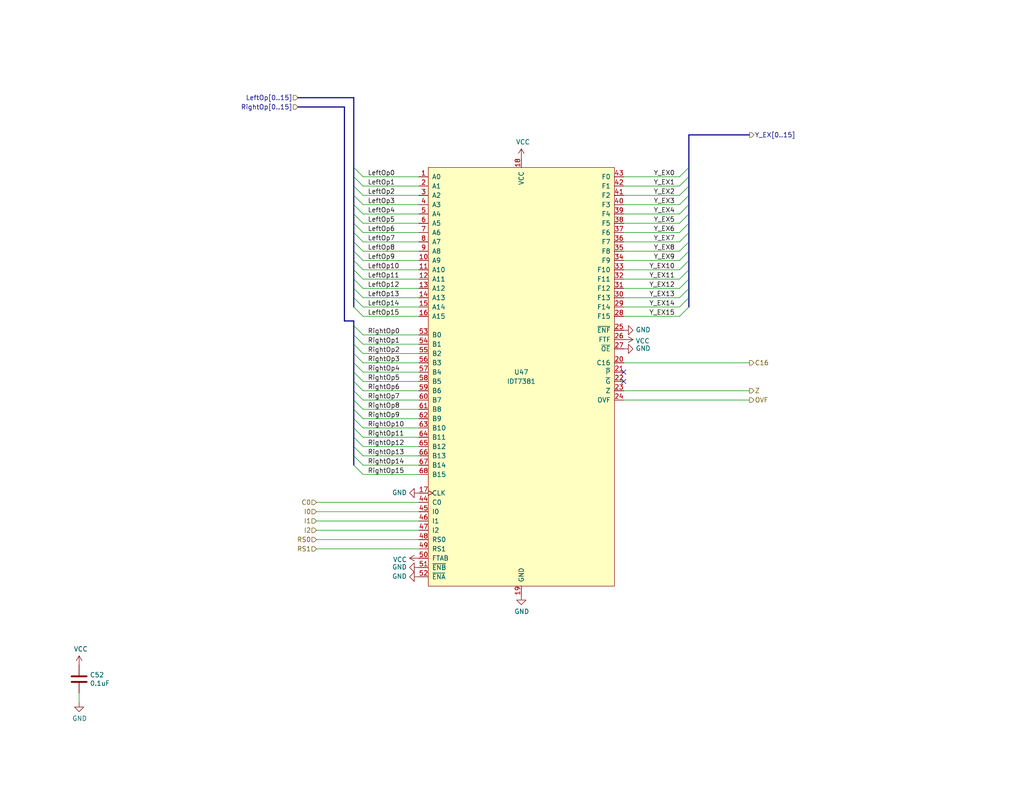
<source format=kicad_sch>
(kicad_sch (version 20230121) (generator eeschema)
  (paper "USLetter")
  (title_block (title "ALU") (date "2023-11-15") (rev "A") (comment 2 "are latched in registers in other parts of the circuit.") (comment 3 "This is configured for pure combinatorial operation where operands and outputs") (comment 4 "The ALU is built around the IDT 7381 sixteen-bit monolithic ALU IC."))
  (lib_symbols
    (symbol "Device:C" (pin_numbers hide) (pin_names (offset 0.254))
      (property "Reference" "C" (at 0.635 2.54 0))
      (property "Value" "C" (at 0.635 -2.54 0))
      (symbol "C_0_1"
        (polyline (pts (xy -2.032 -0.762) (xy 2.032 -0.762)) (stroke (width 0.508)))
        (polyline (pts (xy -2.032 0.762) (xy 2.032 0.762)) (stroke (width 0.508)))
      )
      (symbol "C_1_1"
        (pin passive line (at 0 3.81 270) (length 2.794) (name "~") (number "1"))
        (pin passive line (at 0 -3.81 90) (length 2.794) (name "~") (number "2"))
      )
    )
    (symbol "EXModule-rescue:IDT7381-CPU" (pin_names (offset 1.016))
      (property "Reference" "U" (at 1.27 2.54 0))
      (property "Value" "IDT7381-CPU" (at 1.27 0 0))
      (symbol "IDT7381-CPU_0_1"
        (rectangle (start -25.4 57.15) (end 25.4 -57.15) (fill (type background)))
      )
      (symbol "IDT7381-CPU_1_1"
        (pin input line (at -27.94 54.61 0) (length 2.54) (name "A0") (number "1"))
        (pin input line (at -27.94 31.75 0) (length 2.54) (name "A9") (number "10"))
        (pin input line (at -27.94 29.21 0) (length 2.54) (name "A10") (number "11"))
        (pin input line (at -27.94 26.67 0) (length 2.54) (name "A11") (number "12"))
        (pin input line (at -27.94 24.13 0) (length 2.54) (name "A12") (number "13"))
        (pin input line (at -27.94 21.59 0) (length 2.54) (name "A13") (number "14"))
        (pin input line (at -27.94 19.05 0) (length 2.54) (name "A14") (number "15"))
        (pin input line (at -27.94 16.51 0) (length 2.54) (name "A15") (number "16"))
        (pin input clock (at -27.94 -31.75 0) (length 2.54) (name "CLK") (number "17"))
        (pin power_in line (at 0 59.69 270) (length 2.54) (name "VCC") (number "18"))
        (pin power_in line (at 0 -59.69 90) (length 2.54) (name "GND") (number "19"))
        (pin input line (at -27.94 52.07 0) (length 2.54) (name "A1") (number "2"))
        (pin output line (at 27.94 3.81 180) (length 2.54) (name "C16") (number "20"))
        (pin output line (at 27.94 1.27 180) (length 2.54) (name "~{P}") (number "21"))
        (pin output line (at 27.94 -1.27 180) (length 2.54) (name "~{G}") (number "22"))
        (pin output line (at 27.94 -3.81 180) (length 2.54) (name "Z") (number "23"))
        (pin output line (at 27.94 -6.35 180) (length 2.54) (name "OVF") (number "24"))
        (pin input line (at 27.94 12.7 180) (length 2.54) (name "~{ENF}") (number "25"))
        (pin input line (at 27.94 10.16 180) (length 2.54) (name "FTF") (number "26"))
        (pin input line (at 27.94 7.62 180) (length 2.54) (name "~{OE}") (number "27"))
        (pin tri_state line (at 27.94 16.51 180) (length 2.54) (name "F15") (number "28"))
        (pin tri_state line (at 27.94 19.05 180) (length 2.54) (name "F14") (number "29"))
        (pin input line (at -27.94 49.53 0) (length 2.54) (name "A2") (number "3"))
        (pin tri_state line (at 27.94 21.59 180) (length 2.54) (name "F13") (number "30"))
        (pin tri_state line (at 27.94 24.13 180) (length 2.54) (name "F12") (number "31"))
        (pin tri_state line (at 27.94 26.67 180) (length 2.54) (name "F11") (number "32"))
        (pin tri_state line (at 27.94 29.21 180) (length 2.54) (name "F10") (number "33"))
        (pin tri_state line (at 27.94 31.75 180) (length 2.54) (name "F9") (number "34"))
        (pin tri_state line (at 27.94 34.29 180) (length 2.54) (name "F8") (number "35"))
        (pin tri_state line (at 27.94 36.83 180) (length 2.54) (name "F7") (number "36"))
        (pin tri_state line (at 27.94 39.37 180) (length 2.54) (name "F6") (number "37"))
        (pin tri_state line (at 27.94 41.91 180) (length 2.54) (name "F5") (number "38"))
        (pin tri_state line (at 27.94 44.45 180) (length 2.54) (name "F4") (number "39"))
        (pin input line (at -27.94 46.99 0) (length 2.54) (name "A3") (number "4"))
        (pin tri_state line (at 27.94 46.99 180) (length 2.54) (name "F3") (number "40"))
        (pin tri_state line (at 27.94 49.53 180) (length 2.54) (name "F2") (number "41"))
        (pin tri_state line (at 27.94 52.07 180) (length 2.54) (name "F1") (number "42"))
        (pin tri_state line (at 27.94 54.61 180) (length 2.54) (name "F0") (number "43"))
        (pin input line (at -27.94 -34.29 0) (length 2.54) (name "C0") (number "44"))
        (pin input line (at -27.94 -36.83 0) (length 2.54) (name "I0") (number "45"))
        (pin input line (at -27.94 -39.37 0) (length 2.54) (name "I1") (number "46"))
        (pin input line (at -27.94 -41.91 0) (length 2.54) (name "I2") (number "47"))
        (pin input line (at -27.94 -44.45 0) (length 2.54) (name "RS0") (number "48"))
        (pin input line (at -27.94 -46.99 0) (length 2.54) (name "RS1") (number "49"))
        (pin input line (at -27.94 44.45 0) (length 2.54) (name "A4") (number "5"))
        (pin input line (at -27.94 -49.53 0) (length 2.54) (name "FTAB") (number "50"))
        (pin input line (at -27.94 -52.07 0) (length 2.54) (name "~{ENB}") (number "51"))
        (pin input line (at -27.94 -54.61 0) (length 2.54) (name "~{ENA}") (number "52"))
        (pin input line (at -27.94 11.43 0) (length 2.54) (name "B0") (number "53"))
        (pin input line (at -27.94 8.89 0) (length 2.54) (name "B1") (number "54"))
        (pin input line (at -27.94 6.35 0) (length 2.54) (name "B2") (number "55"))
        (pin input line (at -27.94 3.81 0) (length 2.54) (name "B3") (number "56"))
        (pin input line (at -27.94 1.27 0) (length 2.54) (name "B4") (number "57"))
        (pin input line (at -27.94 -1.27 0) (length 2.54) (name "B5") (number "58"))
        (pin input line (at -27.94 -3.81 0) (length 2.54) (name "B6") (number "59"))
        (pin input line (at -27.94 41.91 0) (length 2.54) (name "A5") (number "6"))
        (pin input line (at -27.94 -6.35 0) (length 2.54) (name "B7") (number "60"))
        (pin input line (at -27.94 -8.89 0) (length 2.54) (name "B8") (number "61"))
        (pin input line (at -27.94 -11.43 0) (length 2.54) (name "B9") (number "62"))
        (pin input line (at -27.94 -13.97 0) (length 2.54) (name "B10") (number "63"))
        (pin input line (at -27.94 -16.51 0) (length 2.54) (name "B11") (number "64"))
        (pin input line (at -27.94 -19.05 0) (length 2.54) (name "B12") (number "65"))
        (pin input line (at -27.94 -21.59 0) (length 2.54) (name "B13") (number "66"))
        (pin input line (at -27.94 -24.13 0) (length 2.54) (name "B14") (number "67"))
        (pin input line (at -27.94 -26.67 0) (length 2.54) (name "B15") (number "68"))
        (pin input line (at -27.94 39.37 0) (length 2.54) (name "A6") (number "7"))
        (pin input line (at -27.94 36.83 0) (length 2.54) (name "A7") (number "8"))
        (pin input line (at -27.94 34.29 0) (length 2.54) (name "A8") (number "9"))
      )
    )
    (symbol "power:GND" (power) (pin_names (offset 0))
      (property "Value" "GND" (at 0 -3.81 0))
      (symbol "GND_0_1"
        (polyline (pts (xy 0 0) (xy 0 -1.27) (xy 1.27 -1.27) (xy 0 -2.54) (xy -1.27 -1.27) (xy 0 -1.27)))
      )
      (symbol "GND_1_1"
        (pin power_in line (at 0 0 270) (length 0) hide (name "GND") (number "1"))
      )
    )
    (symbol "power:VCC" (power) (pin_names (offset 0))
      (property "Value" "VCC" (at 0 3.81 0))
      (symbol "VCC_0_1"
        (polyline (pts (xy -0.762 1.27) (xy 0 2.54)))
        (polyline (pts (xy 0 0) (xy 0 2.54)))
        (polyline (pts (xy 0 2.54) (xy 0.762 1.27)))
      )
      (symbol "VCC_1_1"
        (pin power_in line (at 0 0 90) (length 0) hide (name "VCC") (number "1"))
      )
    )
  )
  (no_connect (at 170.18 104.14))
  (no_connect (at 170.18 101.6))
  (bus_entry (at 99.06 129.54) (size -2.54 -2.54))
  (bus_entry (at 99.06 66.04) (size -2.54 -2.54))
  (bus_entry (at 99.06 68.58) (size -2.54 -2.54))
  (bus_entry (at 99.06 99.06) (size -2.54 -2.54))
  (bus_entry (at 99.06 81.28) (size -2.54 -2.54))
  (bus_entry (at 99.06 63.5) (size -2.54 -2.54))
  (bus_entry (at 99.06 76.2) (size -2.54 -2.54))
  (bus_entry (at 99.06 55.88) (size -2.54 -2.54))
  (bus_entry (at 99.06 111.76) (size -2.54 -2.54))
  (bus_entry (at 99.06 93.98) (size -2.54 -2.54))
  (bus_entry (at 99.06 73.66) (size -2.54 -2.54))
  (bus_entry (at 99.06 127) (size -2.54 -2.54))
  (bus_entry (at 99.06 83.82) (size -2.54 -2.54))
  (bus_entry (at 99.06 71.12) (size -2.54 -2.54))
  (bus_entry (at 185.42 58.42) (size 2.54 -2.54))
  (bus_entry (at 99.06 48.26) (size -2.54 -2.54))
  (bus_entry (at 185.42 50.8) (size 2.54 -2.54))
  (bus_entry (at 99.06 58.42) (size -2.54 -2.54))
  (bus_entry (at 185.42 83.82) (size 2.54 -2.54))
  (bus_entry (at 99.06 50.8) (size -2.54 -2.54))
  (bus_entry (at 99.06 86.36) (size -2.54 -2.54))
  (bus_entry (at 99.06 78.74) (size -2.54 -2.54))
  (bus_entry (at 185.42 55.88) (size 2.54 -2.54))
  (bus_entry (at 99.06 104.14) (size -2.54 -2.54))
  (bus_entry (at 99.06 121.92) (size -2.54 -2.54))
  (bus_entry (at 99.06 101.6) (size -2.54 -2.54))
  (bus_entry (at 99.06 60.96) (size -2.54 -2.54))
  (bus_entry (at 185.42 78.74) (size 2.54 -2.54))
  (bus_entry (at 99.06 96.52) (size -2.54 -2.54))
  (bus_entry (at 99.06 106.68) (size -2.54 -2.54))
  (bus_entry (at 99.06 116.84) (size -2.54 -2.54))
  (bus_entry (at 99.06 124.46) (size -2.54 -2.54))
  (bus_entry (at 99.06 53.34) (size -2.54 -2.54))
  (bus_entry (at 185.42 76.2) (size 2.54 -2.54))
  (bus_entry (at 185.42 53.34) (size 2.54 -2.54))
  (bus_entry (at 185.42 71.12) (size 2.54 -2.54))
  (bus_entry (at 185.42 73.66) (size 2.54 -2.54))
  (bus_entry (at 99.06 119.38) (size -2.54 -2.54))
  (bus_entry (at 185.42 66.04) (size 2.54 -2.54))
  (bus_entry (at 185.42 81.28) (size 2.54 -2.54))
  (bus_entry (at 185.42 86.36) (size 2.54 -2.54))
  (bus_entry (at 185.42 68.58) (size 2.54 -2.54))
  (bus_entry (at 99.06 109.22) (size -2.54 -2.54))
  (bus_entry (at 185.42 63.5) (size 2.54 -2.54))
  (bus_entry (at 185.42 60.96) (size 2.54 -2.54))
  (bus_entry (at 99.06 114.3) (size -2.54 -2.54))
  (bus_entry (at 99.06 91.44) (size -2.54 -2.54))
  (bus_entry (at 185.42 48.26) (size 2.54 -2.54))
  (bus (pts (xy 187.96 63.5) (xy 187.96 66.04)))
  (bus (pts (xy 96.52 76.2) (xy 96.52 78.74)))
  (wire (pts (xy 185.42 58.42) (xy 170.18 58.42)))
  (wire (pts (xy 99.06 106.68) (xy 114.3 106.68)))
  (bus (pts (xy 187.96 78.74) (xy 187.96 81.28)))
  (wire (pts (xy 21.59 191.77) (xy 21.59 189.23)))
  (wire (pts (xy 185.42 48.26) (xy 170.18 48.26)))
  (bus (pts (xy 187.96 48.26) (xy 187.96 50.8)))
  (wire (pts (xy 185.42 60.96) (xy 170.18 60.96)))
  (wire (pts (xy 170.18 109.22) (xy 204.47 109.22)))
  (bus (pts (xy 187.96 68.58) (xy 187.96 71.12)))
  (bus (pts (xy 187.96 55.88) (xy 187.96 58.42)))
  (wire (pts (xy 185.42 83.82) (xy 170.18 83.82)))
  (bus (pts (xy 96.52 81.28) (xy 96.52 83.82)))
  (wire (pts (xy 99.06 76.2) (xy 114.3 76.2)))
  (bus (pts (xy 93.98 87.63) (xy 96.52 87.63)))
  (bus (pts (xy 187.96 45.72) (xy 187.96 48.26)))
  (bus (pts (xy 187.96 58.42) (xy 187.96 60.96)))
  (bus (pts (xy 96.52 71.12) (xy 96.52 73.66)))
  (bus (pts (xy 96.52 96.52) (xy 96.52 99.06)))
  (wire (pts (xy 99.06 83.82) (xy 114.3 83.82)))
  (bus (pts (xy 96.52 55.88) (xy 96.52 58.42)))
  (bus (pts (xy 96.52 26.67) (xy 96.52 45.72)))
  (wire (pts (xy 185.42 63.5) (xy 170.18 63.5)))
  (wire (pts (xy 99.06 63.5) (xy 114.3 63.5)))
  (wire (pts (xy 99.06 68.58) (xy 114.3 68.58)))
  (wire (pts (xy 114.3 142.24) (xy 86.36 142.24)))
  (wire (pts (xy 185.42 76.2) (xy 170.18 76.2)))
  (wire (pts (xy 99.06 99.06) (xy 114.3 99.06)))
  (bus (pts (xy 96.52 101.6) (xy 96.52 104.14)))
  (wire (pts (xy 99.06 73.66) (xy 114.3 73.66)))
  (wire (pts (xy 99.06 50.8) (xy 114.3 50.8)))
  (bus (pts (xy 96.52 111.76) (xy 96.52 114.3)))
  (wire (pts (xy 185.42 66.04) (xy 170.18 66.04)))
  (bus (pts (xy 96.52 58.42) (xy 96.52 60.96)))
  (bus (pts (xy 96.52 63.5) (xy 96.52 66.04)))
  (bus (pts (xy 187.96 73.66) (xy 187.96 76.2)))
  (bus (pts (xy 96.52 60.96) (xy 96.52 63.5)))
  (wire (pts (xy 99.06 78.74) (xy 114.3 78.74)))
  (wire (pts (xy 99.06 109.22) (xy 114.3 109.22)))
  (wire (pts (xy 99.06 58.42) (xy 114.3 58.42)))
  (bus (pts (xy 96.52 99.06) (xy 96.52 101.6)))
  (bus (pts (xy 96.52 50.8) (xy 96.52 53.34)))
  (wire (pts (xy 185.42 86.36) (xy 170.18 86.36)))
  (wire (pts (xy 185.42 53.34) (xy 170.18 53.34)))
  (bus (pts (xy 96.52 66.04) (xy 96.52 68.58)))
  (bus (pts (xy 96.52 119.38) (xy 96.52 121.92)))
  (wire (pts (xy 99.06 71.12) (xy 114.3 71.12)))
  (wire (pts (xy 99.06 116.84) (xy 114.3 116.84)))
  (bus (pts (xy 96.52 87.63) (xy 96.52 88.9)))
  (bus (pts (xy 96.52 68.58) (xy 96.52 71.12)))
  (bus (pts (xy 96.52 48.26) (xy 96.52 50.8)))
  (wire (pts (xy 99.06 124.46) (xy 114.3 124.46)))
  (wire (pts (xy 99.06 101.6) (xy 114.3 101.6)))
  (bus (pts (xy 187.96 76.2) (xy 187.96 78.74)))
  (wire (pts (xy 185.42 73.66) (xy 170.18 73.66)))
  (wire (pts (xy 99.06 121.92) (xy 114.3 121.92)))
  (wire (pts (xy 99.06 48.26) (xy 114.3 48.26)))
  (wire (pts (xy 99.06 91.44) (xy 114.3 91.44)))
  (bus (pts (xy 96.52 124.46) (xy 96.52 127)))
  (bus (pts (xy 96.52 93.98) (xy 96.52 96.52)))
  (bus (pts (xy 187.96 36.83) (xy 187.96 45.72)))
  (bus (pts (xy 96.52 116.84) (xy 96.52 119.38)))
  (bus (pts (xy 96.52 88.9) (xy 96.52 91.44)))
  (bus (pts (xy 96.52 73.66) (xy 96.52 76.2)))
  (wire (pts (xy 99.06 111.76) (xy 114.3 111.76)))
  (wire (pts (xy 99.06 93.98) (xy 114.3 93.98)))
  (bus (pts (xy 96.52 104.14) (xy 96.52 106.68)))
  (wire (pts (xy 170.18 106.68) (xy 204.47 106.68)))
  (wire (pts (xy 99.06 81.28) (xy 114.3 81.28)))
  (bus (pts (xy 96.52 78.74) (xy 96.52 81.28)))
  (wire (pts (xy 99.06 127) (xy 114.3 127)))
  (bus (pts (xy 96.52 45.72) (xy 96.52 48.26)))
  (bus (pts (xy 204.47 36.83) (xy 187.96 36.83)))
  (bus (pts (xy 187.96 50.8) (xy 187.96 53.34)))
  (wire (pts (xy 185.42 68.58) (xy 170.18 68.58)))
  (bus (pts (xy 187.96 71.12) (xy 187.96 73.66)))
  (bus (pts (xy 187.96 66.04) (xy 187.96 68.58)))
  (wire (pts (xy 99.06 66.04) (xy 114.3 66.04)))
  (bus (pts (xy 96.52 53.34) (xy 96.52 55.88)))
  (wire (pts (xy 185.42 50.8) (xy 170.18 50.8)))
  (bus (pts (xy 96.52 109.22) (xy 96.52 111.76)))
  (wire (pts (xy 99.06 86.36) (xy 114.3 86.36)))
  (bus (pts (xy 187.96 81.28) (xy 187.96 83.82)))
  (bus (pts (xy 93.98 29.21) (xy 93.98 87.63)))
  (wire (pts (xy 185.42 81.28) (xy 170.18 81.28)))
  (bus (pts (xy 96.52 106.68) (xy 96.52 109.22)))
  (wire (pts (xy 99.06 96.52) (xy 114.3 96.52)))
  (wire (pts (xy 185.42 78.74) (xy 170.18 78.74)))
  (bus (pts (xy 96.52 114.3) (xy 96.52 116.84)))
  (wire (pts (xy 86.36 137.16) (xy 114.3 137.16)))
  (bus (pts (xy 96.52 121.92) (xy 96.52 124.46)))
  (wire (pts (xy 99.06 114.3) (xy 114.3 114.3)))
  (wire (pts (xy 99.06 119.38) (xy 114.3 119.38)))
  (wire (pts (xy 99.06 104.14) (xy 114.3 104.14)))
  (wire (pts (xy 99.06 55.88) (xy 114.3 55.88)))
  (wire (pts (xy 114.3 144.78) (xy 86.36 144.78)))
  (wire (pts (xy 99.06 60.96) (xy 114.3 60.96)))
  (wire (pts (xy 114.3 147.32) (xy 86.36 147.32)))
  (wire (pts (xy 114.3 139.7) (xy 86.36 139.7)))
  (wire (pts (xy 170.18 99.06) (xy 204.47 99.06)))
  (bus (pts (xy 93.98 29.21) (xy 81.28 29.21)))
  (wire (pts (xy 114.3 149.86) (xy 86.36 149.86)))
  (wire (pts (xy 99.06 129.54) (xy 114.3 129.54)))
  (wire (pts (xy 99.06 53.34) (xy 114.3 53.34)))
  (wire (pts (xy 185.42 55.88) (xy 170.18 55.88)))
  (bus (pts (xy 96.52 91.44) (xy 96.52 93.98)))
  (wire (pts (xy 185.42 71.12) (xy 170.18 71.12)))
  (bus (pts (xy 187.96 53.34) (xy 187.96 55.88)))
  (bus (pts (xy 96.52 26.67) (xy 81.28 26.67)))
  (bus (pts (xy 187.96 60.96) (xy 187.96 63.5)))
  (label "RightOp13" (at 100.33 124.46 0))
  (label "RightOp2" (at 100.33 96.52 0))
  (label "Y_EX6" (at 184.15 63.5 180))
  (label "Y_EX3" (at 184.15 55.88 180))
  (label "Y_EX14" (at 184.15 83.82 180))
  (label "Y_EX13" (at 184.15 81.28 180))
  (label "Y_EX11" (at 184.15 76.2 180))
  (label "RightOp14" (at 100.33 127 0))
  (label "LeftOp11" (at 100.33 76.2 0))
  (label "LeftOp15" (at 100.33 86.36 0))
  (label "LeftOp0" (at 100.33 48.26 0))
  (label "Y_EX5" (at 184.15 60.96 180))
  (label "RightOp3" (at 100.33 99.06 0))
  (label "LeftOp9" (at 100.33 71.12 0))
  (label "RightOp1" (at 100.33 93.98 0))
  (label "RightOp11" (at 100.33 119.38 0))
  (label "LeftOp6" (at 100.33 63.5 0))
  (label "LeftOp13" (at 100.33 81.28 0))
  (label "LeftOp10" (at 100.33 73.66 0))
  (label "RightOp0" (at 100.33 91.44 0))
  (label "RightOp5" (at 100.33 104.14 0))
  (label "Y_EX10" (at 184.15 73.66 180))
  (label "RightOp7" (at 100.33 109.22 0))
  (label "LeftOp1" (at 100.33 50.8 0))
  (label "Y_EX4" (at 184.15 58.42 180))
  (label "Y_EX9" (at 184.15 71.12 180))
  (label "Y_EX7" (at 184.15 66.04 180))
  (label "Y_EX1" (at 184.15 50.8 180))
  (label "LeftOp12" (at 100.33 78.74 0))
  (label "Y_EX8" (at 184.15 68.58 180))
  (label "Y_EX2" (at 184.15 53.34 180))
  (label "Y_EX12" (at 184.15 78.74 180))
  (label "RightOp10" (at 100.33 116.84 0))
  (label "LeftOp4" (at 100.33 58.42 0))
  (label "LeftOp14" (at 100.33 83.82 0))
  (label "LeftOp3" (at 100.33 55.88 0))
  (label "RightOp9" (at 100.33 114.3 0))
  (label "Y_EX0" (at 184.15 48.26 180))
  (label "Y_EX15" (at 184.15 86.36 180))
  (label "LeftOp2" (at 100.33 53.34 0))
  (label "LeftOp5" (at 100.33 60.96 0))
  (label "RightOp12" (at 100.33 121.92 0))
  (label "RightOp4" (at 100.33 101.6 0))
  (label "RightOp8" (at 100.33 111.76 0))
  (label "RightOp6" (at 100.33 106.68 0))
  (label "RightOp15" (at 100.33 129.54 0))
  (label "LeftOp8" (at 100.33 68.58 0))
  (label "LeftOp7" (at 100.33 66.04 0))
  (hierarchical_label "Y_EX[0..15]" (shape output) (at 204.47 36.83 0))
  (hierarchical_label "RS0" (shape input) (at 86.36 147.32 180))
  (hierarchical_label "Z" (shape output) (at 204.47 106.68 0))
  (hierarchical_label "RightOp[0..15]" (shape input) (at 81.28 29.21 180))
  (hierarchical_label "RS1" (shape input) (at 86.36 149.86 180))
  (hierarchical_label "I1" (shape input) (at 86.36 142.24 180))
  (hierarchical_label "I2" (shape input) (at 86.36 144.78 180))
  (hierarchical_label "C16" (shape output) (at 204.47 99.06 0))
  (hierarchical_label "LeftOp[0..15]" (shape input) (at 81.28 26.67 180))
  (hierarchical_label "C0" (shape input) (at 86.36 137.16 180))
  (hierarchical_label "I0" (shape input) (at 86.36 139.7 180))
  (hierarchical_label "OVF" (shape output) (at 204.47 109.22 0))
  (symbol (lib_id "Device:C") (at 21.59 185.42 0) (unit 1)
    (property "Reference" "C52" (at 24.511 184.2516 0) (effects (justify left)))
    (property "Value" "0.1uF" (at 24.511 186.563 0) (effects (justify left)))
    (property "Footprint" "Capacitor_SMD:C_0603_1608Metric_Pad1.08x0.95mm_HandSolder" (effects hide))
    (property "Mouser" "https://www.mouser.com/ProductDetail/963-EMK107B7104KAHT" (effects hide))
  )
  (symbol (lib_id "power:VCC") (at 21.59 181.61 0) (unit 1)
    (property "Reference" "#PWR0311" (effects hide))
    (property "Value" "VCC" (at 22.0218 177.2158 0))
  )
  (symbol (lib_id "power:GND") (at 21.59 191.77 0) (unit 1)
    (property "Reference" "#PWR0312" (effects hide))
    (property "Value" "GND" (at 21.717 196.1642 0))
  )
  (symbol (lib_id "EXModule-rescue:IDT7381-CPU") (at 142.24 102.87 0) (unit 1)
    (property "Reference" "U47" (at 142.24 101.6 0))
    (property "Value" "IDT7381" (at 142.24 104.14 0))
    (property "Footprint" "Package_LCC:PLCC-68_SMD-Socket" (effects hide))
    (property "Datasheet" "https://www.digchip.com/datasheets/download_datasheet.php?id=419696&part-number=IDT7381" (effects hide))
    (property "Mouser" "https://www.mouser.com/ProductDetail/3M-Electronic-Solutions-Division/8468-21B1-RK-TP?qs=WZRMhwwaLl%2FJN6Bcf7US3Q%3D%3D" (effects hide))
  )
  (symbol (lib_id "power:VCC") (at 142.24 43.18 0) (unit 1)
    (property "Reference" "#PWR0317" (effects hide))
    (property "Value" "VCC" (at 142.6718 38.7858 0))
  )
  (symbol (lib_id "power:GND") (at 142.24 162.56 0) (unit 1)
    (property "Reference" "#PWR0318" (effects hide))
    (property "Value" "GND" (at 142.367 166.9542 0))
  )
  (symbol (lib_id "power:GND") (at 170.18 90.17 90) (unit 1)
    (property "Reference" "#PWR0319" (effects hide))
    (property "Value" "GND" (at 173.4312 90.043 90) (effects (justify right)))
  )
  (symbol (lib_id "power:GND") (at 114.3 154.94 270) (mirror x) (unit 1)
    (property "Reference" "#PWR0315" (effects hide))
    (property "Value" "GND" (at 111.0488 154.813 90) (effects (justify right)))
  )
  (symbol (lib_id "power:GND") (at 114.3 157.48 270) (mirror x) (unit 1)
    (property "Reference" "#PWR0316" (effects hide))
    (property "Value" "GND" (at 111.0488 157.353 90) (effects (justify right)))
  )
  (symbol (lib_id "power:VCC") (at 170.18 92.71 270) (unit 1)
    (property "Reference" "#PWR0320" (effects hide))
    (property "Value" "VCC" (at 173.4312 93.091 90) (effects (justify left)))
  )
  (symbol (lib_id "power:GND") (at 114.3 134.62 270) (mirror x) (unit 1)
    (property "Reference" "#PWR0313" (effects hide))
    (property "Value" "GND" (at 111.0488 134.493 90) (effects (justify right)))
  )
  (symbol (lib_id "power:VCC") (at 114.3 152.4 90) (mirror x) (unit 1)
    (property "Reference" "#PWR0314" (effects hide))
    (property "Value" "VCC" (at 111.0488 152.781 90) (effects (justify left)))
  )
  (symbol (lib_id "power:GND") (at 170.18 95.25 90) (unit 1)
    (property "Reference" "#PWR0321" (effects hide))
    (property "Value" "GND" (at 173.4312 95.123 90) (effects (justify right)))
  )
)
</source>
